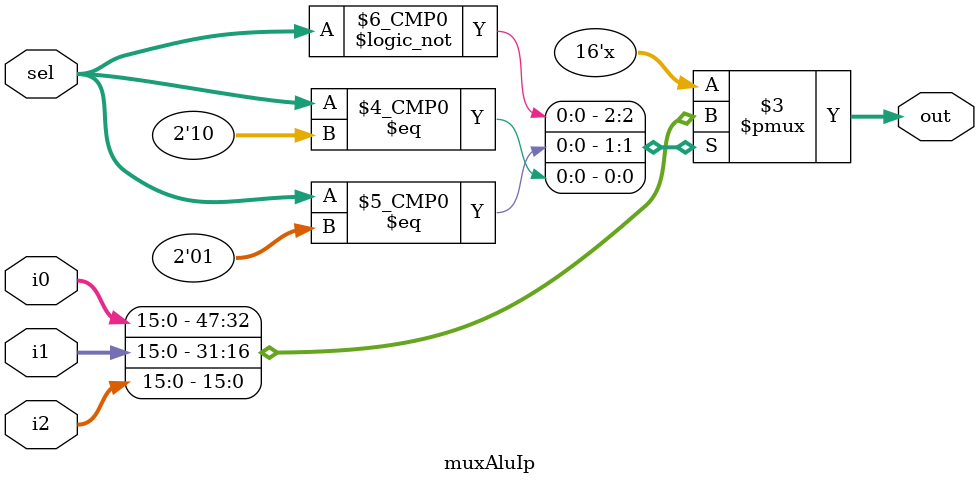
<source format=v>

module execute(aluOut, writeData, regDst, rd, rt, immediate, readData2, readData1, regDstSel, aluOp, aluSrc, prevALURes, prevMEMRes, rs, rd_exmem, rd_memwb, regWrite_exmem, regWrite_memwb);
	input [4:0] rd, rt, rs, rd_exmem, rd_memwb;
	input [15:0] immediate, readData2, readData1, prevALURes, prevMEMRes;
	input regDstSel, aluSrc, regWrite_exmem, regWrite_memwb;
	input [1:0] aluOp;

	output [4:0] regDst;
	output [15:0] aluOut, writeData;

	wire [2:0] ctrl;
	wire [15:0] aluIp2;
	wire [1:0] forwardA, forwardB;
	wire [15:0] aluA, aluB;

	mux5bit mux1(regDst, rt, rd, regDstSel);
	aluCtrl ac(ctrl, aluOp, immediate[5:0]);
	//mux16bit mux2(aluIp2, readData2, immediate, aluSrc);
	mux16bit mux2(aluB, aluIp2, immediate, aluSrc);
	alu alu(aluA, aluB, ctrl, aluOut); 

	//always@(aluOut)
		//$display($time, "alu out = %d", aluOut);
	
	forwardingUnit fu(forwardA, forwardB, rs, rt, rd_exmem, rd_memwb, regWrite_exmem, regWrite_memwb);
	muxAluIp muxA(aluA, readData1, prevMEMRes, prevALURes, forwardA);
	//muxAluIp muxB(aluB, aluIp2, prevMEMRes, prevALURes, forwardB);
	muxAluIp muxB(aluIp2, readData2, prevMEMRes, prevALURes, forwardB);	
	
	//assign branchTarget = NPC + immediate;
	assign writeData = readData2;
	
endmodule

module mux5bit(output[4:0] out, input[4:0] i0, input[4:0] i1, input sel);
	assign out = sel ? i1 : i0;
endmodule

module aluCtrl(ctrl, aluOp, funct);
	output reg [2:0] ctrl;
	input[1:0] aluOp;
	input[5:0] funct;

	reg[5:0] f;
	parameter ADD = 6'b100000, SUB = 6'b100010, AND = 6'b100100, OR = 6'b100101, SLT = 6'b101010, MUL = 6'b100001;
	
	always@(aluOp or funct)
	begin
		case(aluOp)
			2'b00 :
			begin
				ctrl = 3'b010; //f = 6'bxxxxxx;
			end
			2'b01:
			begin
				ctrl = 3'b110; //f = 6'bxxxxxx;
			end
			2'b10 : f = funct;
			2'b11 : ctrl = 3'b011;
		endcase
	end

	always@(f)
	begin
		case(f)	
			ADD : ctrl = 3'b010;
			SUB : ctrl = 3'b110;
			AND : ctrl = 3'b000;
			OR : ctrl = 3'b001;
			SLT : ctrl = 3'b111;
			MUL : ctrl = 3'b100;
			default : ctrl = 3'b011;		
		endcase
	 end
endmodule

module alu(input[15:0] a, input[15:0] b, input[2:0] ctrl, output[15:0] out);
	reg [15:0]tempout;
	
	assign out = tempout;
	//assign zero = (tempout == 16'b0 && ctrl == 3'b110) ? 1 : 0;	
	
	initial
	begin
		tempout = 16'b0;
	end
	always@(a or b or ctrl)
	begin
          case (ctrl)
		3'b000 : tempout = a & b;
		3'b001 : tempout = a | b;
		3'b010 : tempout = a + b;
		3'b110 : tempout = a - b;
		3'b100 : tempout = a * b;
		3'b111 : 
		begin
		  if(a<=b)
			tempout = 16'b0000000000000001;
		  else
			tempout = 16'b0000000000000000;
		//$display($time, " +++++++++++++++++in slt a = %d  b = %d", a, b);
		end
		default : tempout = 16'b0;
	  endcase
	end 
endmodule

//forwardA- ctrl signal for selecting first alu operand
//forwardB- ctrl signal for selecting second alu operand
module forwardingUnit(forwardA, forwardB, rs, rt, rd_exmem, rd_memwb, regWrite_exmem, regWrite_memwb);
	input[4:0] rs, rt, rd_exmem, rd_memwb;
	input regWrite_exmem, regWrite_memwb;
	output reg [1:0] forwardA, forwardB;

	initial
	begin
		forwardA = 2'b00;
		forwardB = 2'b00;
	end
	
	always@(rs or rt)
	begin
		if(regWrite_exmem && rd_exmem != 0 )
		begin
			if(rs == rd_exmem && rt == rd_exmem)
			begin
				forwardA <= 2'b10;
				forwardB <= 2'b10;
			end
			else if(rt == rd_exmem)
			begin
				forwardA <= 2'b00;
				forwardB <= 2'b10;
				//$display($time, " ----------forwardB = %b", forwardB);
			end
			else if(rs == rd_exmem)
			begin
				forwardA <= 2'b10;
				forwardB <= 2'b00;
			end
			/*else
			begin
				forwardA <= 2'b00;
				forwardB <= 2'b00;
			end*/	
		end 
		if(regWrite_memwb && rd_memwb != 0)
		begin
			if(rs == rd_memwb && rt == rd_memwb)
			begin
				forwardA = 2'b01;
				forwardB = 2'b01;
			end
			else if(rt == rd_memwb)
			begin
				forwardB = 2'b01;
				forwardA = 2'b00;
			end
			else if(rs == rd_memwb)
			begin
				forwardB = 2'b00;
				forwardA = 2'b01;
			end
			else
			begin
				forwardA = 2'b00;
				forwardB = 2'b00;
			end
		end
		else
		begin
			forwardA = 2'b00;
			forwardB = 2'b00;
		end
		//$display($time, " ----------forwardB = %b", forwardB);
	end
endmodule

module muxAluIp(out, i0, i1, i2, sel);
	output reg [15:0] out;
	input[15:0] i0, i1, i2;
	input[1:0] sel;
	always@(*)
	begin
		case(sel)
		2'b00 : out = i0;
		2'b01 : out = i1;
		2'b10 : out = i2;
		endcase
	end
endmodule


</source>
